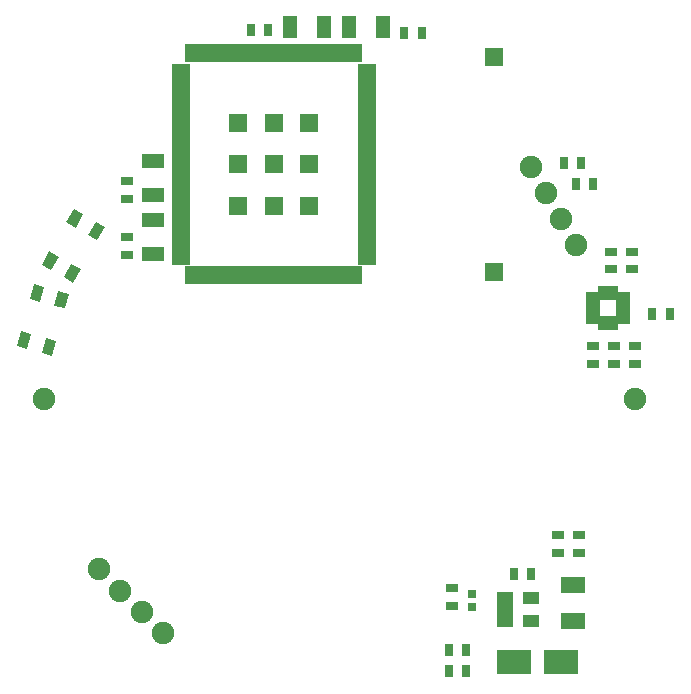
<source format=gbr>
G04 #@! TF.FileFunction,Soldermask,Top*
%FSLAX46Y46*%
G04 Gerber Fmt 4.6, Leading zero omitted, Abs format (unit mm)*
G04 Created by KiCad (PCBNEW 4.0.7) date Tuesday, April 03, 2018 'AMt' 10:26:05 AM*
%MOMM*%
%LPD*%
G01*
G04 APERTURE LIST*
%ADD10C,0.100000*%
%ADD11R,1.213000X0.705000*%
%ADD12R,0.705000X1.213000*%
%ADD13R,0.802640X1.102360*%
%ADD14R,1.102360X0.802640*%
%ADD15R,1.153160X1.851660*%
%ADD16R,1.851660X1.153160*%
%ADD17R,2.899360X2.099260*%
%ADD18C,1.906220*%
%ADD19R,2.000000X1.400000*%
%ADD20R,0.802640X0.701040*%
%ADD21R,1.460000X1.050000*%
%ADD22R,0.999440X1.598880*%
%ADD23R,1.598880X0.999440*%
%ADD24R,1.598880X1.598880*%
G04 APERTURE END LIST*
D10*
D11*
X120475000Y-91250000D03*
X123025000Y-91250000D03*
X120475000Y-91750000D03*
X120475000Y-92250000D03*
X120475000Y-90750000D03*
X120475000Y-90250000D03*
X123025000Y-90250000D03*
X123025000Y-90750000D03*
X123025000Y-91750000D03*
X123025000Y-92250000D03*
D12*
X121750000Y-92525000D03*
X121250000Y-92525000D03*
X122250000Y-92525000D03*
X122250000Y-89975000D03*
X121750000Y-89975000D03*
X121250000Y-89975000D03*
D13*
X108250700Y-122000000D03*
X109749300Y-122000000D03*
X108250700Y-120250000D03*
X109749300Y-120250000D03*
D14*
X119250000Y-111999300D03*
X119250000Y-110500700D03*
X117500000Y-111999300D03*
X117500000Y-110500700D03*
D15*
X97697800Y-67500000D03*
X94802200Y-67500000D03*
D16*
X83250000Y-81697800D03*
X83250000Y-78802200D03*
D13*
X92999300Y-67750000D03*
X91500700Y-67750000D03*
D14*
X81000000Y-81999300D03*
X81000000Y-80500700D03*
D15*
X99802200Y-67500000D03*
X102697800Y-67500000D03*
D16*
X83250000Y-86697800D03*
X83250000Y-83802200D03*
D13*
X104500700Y-68000000D03*
X105999300Y-68000000D03*
D14*
X81000000Y-86749300D03*
X81000000Y-85250700D03*
X124000000Y-94500700D03*
X124000000Y-95999300D03*
X122250000Y-94500700D03*
X122250000Y-95999300D03*
D13*
X125500000Y-91750000D03*
X126998600Y-91750000D03*
D17*
X113743989Y-121205756D03*
X117741949Y-121205756D03*
D18*
X124000000Y-99000000D03*
X74000000Y-99000000D03*
D19*
X118750000Y-117750000D03*
X118750000Y-114750000D03*
D13*
X113750700Y-113750000D03*
X115249300Y-113750000D03*
D20*
X110250000Y-115451360D03*
X110250000Y-116548640D03*
D14*
X108500000Y-116499300D03*
X108500000Y-115000700D03*
D13*
X119499300Y-79000000D03*
X118000700Y-79000000D03*
X120499300Y-80750000D03*
X119000700Y-80750000D03*
D14*
X123750000Y-86500700D03*
X123750000Y-87999300D03*
X122000000Y-86500700D03*
X122000000Y-87999300D03*
X120500000Y-94500700D03*
X120500000Y-95999300D03*
D10*
G36*
X77740592Y-85091050D02*
X78392102Y-83962602D01*
X79172998Y-84413452D01*
X78521488Y-85541900D01*
X77740592Y-85091050D01*
X77740592Y-85091050D01*
G37*
G36*
X75667952Y-88680968D02*
X76319462Y-87552520D01*
X77100358Y-88003370D01*
X76448848Y-89131818D01*
X75667952Y-88680968D01*
X75667952Y-88680968D01*
G37*
G36*
X75879642Y-84016630D02*
X76531152Y-82888182D01*
X77312048Y-83339032D01*
X76660538Y-84467480D01*
X75879642Y-84016630D01*
X75879642Y-84016630D01*
G37*
G36*
X73807002Y-87606548D02*
X74458512Y-86478100D01*
X75239408Y-86928950D01*
X74587898Y-88057398D01*
X73807002Y-87606548D01*
X73807002Y-87606548D01*
G37*
G36*
X74860138Y-91068686D02*
X75197385Y-89810065D01*
X76068360Y-90043442D01*
X75731113Y-91302063D01*
X74860138Y-91068686D01*
X74860138Y-91068686D01*
G37*
G36*
X73787260Y-95072719D02*
X74124507Y-93814098D01*
X74995482Y-94047475D01*
X74658235Y-95306096D01*
X73787260Y-95072719D01*
X73787260Y-95072719D01*
G37*
G36*
X72784518Y-90512525D02*
X73121765Y-89253904D01*
X73992740Y-89487281D01*
X73655493Y-90745902D01*
X72784518Y-90512525D01*
X72784518Y-90512525D01*
G37*
G36*
X71711640Y-94516558D02*
X72048887Y-93257937D01*
X72919862Y-93491314D01*
X72582615Y-94749935D01*
X71711640Y-94516558D01*
X71711640Y-94516558D01*
G37*
D21*
X113050000Y-115850000D03*
X113050000Y-116800000D03*
X113050000Y-117750000D03*
X115250000Y-117750000D03*
X115250000Y-115850000D03*
D22*
X100448280Y-69699440D03*
X99447520Y-69699440D03*
X98449300Y-69699440D03*
X97448540Y-69699440D03*
X96447780Y-69699440D03*
X95449560Y-69699440D03*
X94448800Y-69699440D03*
X93448040Y-69699440D03*
X92449820Y-69699440D03*
X91449060Y-69699440D03*
X90448300Y-69699440D03*
X89447540Y-69699440D03*
X88449320Y-69699440D03*
X87448560Y-69699440D03*
X86447800Y-69699440D03*
D23*
X85599440Y-71098980D03*
X85599440Y-72099740D03*
X85599440Y-73097960D03*
X85599440Y-74098720D03*
X85599440Y-75099480D03*
X85599440Y-76097700D03*
X85599440Y-77098460D03*
X85599440Y-78099220D03*
X85599440Y-79099980D03*
X85599440Y-80098200D03*
X85599440Y-81098960D03*
X85599440Y-82099720D03*
X85599440Y-83097940D03*
X85599440Y-84098700D03*
X85599440Y-85099460D03*
X85599440Y-86097680D03*
X85599440Y-87098440D03*
D22*
X86447800Y-88497980D03*
X87448560Y-88497980D03*
X88449320Y-88497980D03*
X89447540Y-88497980D03*
X90448300Y-88497980D03*
X91449060Y-88497980D03*
X92449820Y-88497980D03*
X93448040Y-88497980D03*
X94448800Y-88497980D03*
X95449560Y-88497980D03*
X96447780Y-88497980D03*
X97448540Y-88497980D03*
X98449300Y-88497980D03*
X99447520Y-88497980D03*
X100448280Y-88497980D03*
D23*
X101299180Y-87098440D03*
X101299180Y-86097680D03*
X101299180Y-85099460D03*
X101299180Y-84098700D03*
X101299180Y-83097940D03*
X101299180Y-82099720D03*
X101299180Y-81098960D03*
X101299180Y-80098200D03*
X101299180Y-79099980D03*
X101299180Y-78099220D03*
X101299180Y-77098460D03*
X101299180Y-76097700D03*
X101299180Y-75099480D03*
X101299180Y-74098720D03*
X101299180Y-73097960D03*
X101299180Y-72099740D03*
X101299180Y-71098980D03*
D24*
X96447780Y-75599860D03*
X93448040Y-75599860D03*
X90448300Y-75599860D03*
X96447780Y-79099980D03*
X93448040Y-79099980D03*
X90448300Y-79099980D03*
X96447780Y-82597560D03*
X93448040Y-82597560D03*
X90448300Y-82597560D03*
X112068780Y-88218580D03*
X112068780Y-69978840D03*
D18*
X119040000Y-85899409D03*
X117770000Y-83699704D03*
X116500000Y-81500000D03*
X115230000Y-79300295D03*
X84046051Y-118796051D03*
X82250000Y-117000000D03*
X80453948Y-115203948D03*
X78657897Y-113407897D03*
M02*

</source>
